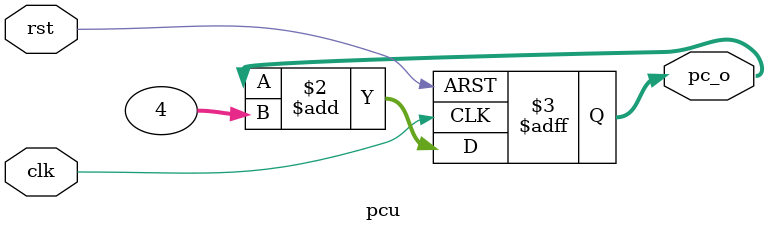
<source format=v>
module pcu (
    input wire clk,
    input wire rst,

    output reg [31:0] pc_o
);
    
    always @(posedge clk or posedge rst) begin
        if (rst) begin
            pc_o <= 32'h8000_0000;
        end
        else begin
            pc_o <= pc_o + 32'h4;
        end
    end
endmodule

</source>
